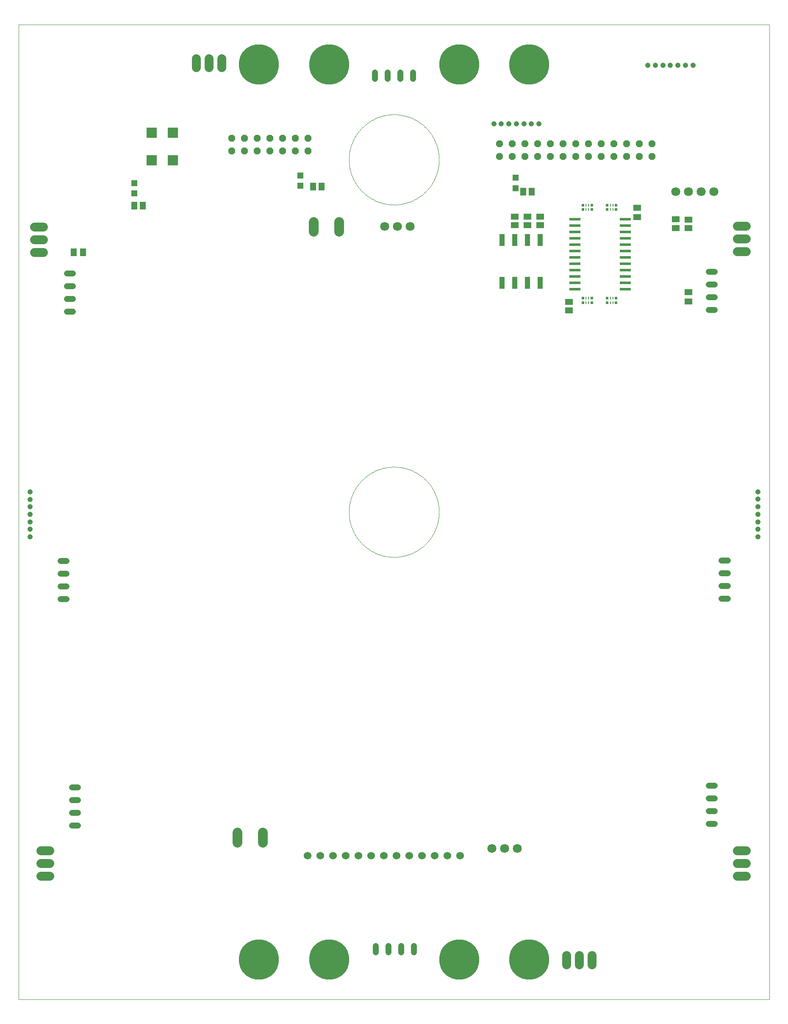
<source format=gts>
G04 EAGLE Gerber X2 export*
%TF.Part,Single*%
%TF.FileFunction,Other,Solder Mask top*%
%TF.FilePolarity,Positive*%
%TF.GenerationSoftware,Autodesk,EAGLE,9.1.1*%
%TF.CreationDate,2018-08-10T14:31:17Z*%
G75*
%MOMM*%
%FSLAX34Y34*%
%LPD*%
%AMOC8*
5,1,8,0,0,1.08239X$1,22.5*%
G01*
%ADD10C,0.001000*%
%ADD11C,1.050000*%
%ADD12C,1.800000*%
%ADD13R,1.500000X1.300000*%
%ADD14P,1.484606X8X202.500000*%
%ADD15R,2.209800X0.609600*%
%ADD16C,1.800000*%
%ADD17C,1.219200*%
%ADD18R,1.130000X2.440000*%
%ADD19R,0.525000X0.500000*%
%ADD20R,0.250000X0.500000*%
%ADD21R,2.100000X2.100000*%
%ADD22P,1.484606X8X22.500000*%
%ADD23C,1.524000*%
%ADD24R,1.300000X1.500000*%
%ADD25R,1.200000X1.200000*%
%ADD26C,1.981200*%
%ADD27C,8.000000*%


D10*
X-100000Y0D02*
X1400000Y0D01*
X1400000Y1947239D01*
X-100000Y1947239D01*
X-100000Y0D01*
X560000Y973620D02*
X560027Y975829D01*
X560108Y978036D01*
X560244Y980241D01*
X560433Y982442D01*
X560677Y984637D01*
X560974Y986826D01*
X561325Y989007D01*
X561729Y991178D01*
X562187Y993339D01*
X562697Y995488D01*
X563260Y997624D01*
X563875Y999746D01*
X564542Y1001851D01*
X565261Y1003940D01*
X566031Y1006011D01*
X566851Y1008062D01*
X567721Y1010092D01*
X568641Y1012100D01*
X569610Y1014085D01*
X570627Y1016046D01*
X571692Y1017981D01*
X572804Y1019889D01*
X573963Y1021770D01*
X575168Y1023621D01*
X576417Y1025443D01*
X577711Y1027233D01*
X579049Y1028991D01*
X580429Y1030715D01*
X581851Y1032406D01*
X583314Y1034060D01*
X584818Y1035679D01*
X586360Y1037260D01*
X587941Y1038802D01*
X589560Y1040306D01*
X591214Y1041769D01*
X592905Y1043191D01*
X594629Y1044571D01*
X596387Y1045909D01*
X598177Y1047203D01*
X599999Y1048452D01*
X601850Y1049657D01*
X603731Y1050816D01*
X605639Y1051928D01*
X607574Y1052993D01*
X609535Y1054010D01*
X611520Y1054979D01*
X613528Y1055899D01*
X615558Y1056769D01*
X617609Y1057589D01*
X619680Y1058359D01*
X621769Y1059078D01*
X623874Y1059745D01*
X625996Y1060360D01*
X628132Y1060923D01*
X630281Y1061433D01*
X632442Y1061891D01*
X634613Y1062295D01*
X636794Y1062646D01*
X638983Y1062943D01*
X641178Y1063187D01*
X643379Y1063376D01*
X645584Y1063512D01*
X647791Y1063593D01*
X650000Y1063620D01*
X652209Y1063593D01*
X654416Y1063512D01*
X656621Y1063376D01*
X658822Y1063187D01*
X661017Y1062943D01*
X663206Y1062646D01*
X665387Y1062295D01*
X667558Y1061891D01*
X669719Y1061433D01*
X671868Y1060923D01*
X674004Y1060360D01*
X676126Y1059745D01*
X678231Y1059078D01*
X680320Y1058359D01*
X682391Y1057589D01*
X684442Y1056769D01*
X686472Y1055899D01*
X688480Y1054979D01*
X690465Y1054010D01*
X692426Y1052993D01*
X694361Y1051928D01*
X696269Y1050816D01*
X698150Y1049657D01*
X700001Y1048452D01*
X701823Y1047203D01*
X703613Y1045909D01*
X705371Y1044571D01*
X707095Y1043191D01*
X708786Y1041769D01*
X710440Y1040306D01*
X712059Y1038802D01*
X713640Y1037260D01*
X715182Y1035679D01*
X716686Y1034060D01*
X718149Y1032406D01*
X719571Y1030715D01*
X720951Y1028991D01*
X722289Y1027233D01*
X723583Y1025443D01*
X724832Y1023621D01*
X726037Y1021770D01*
X727196Y1019889D01*
X728308Y1017981D01*
X729373Y1016046D01*
X730390Y1014085D01*
X731359Y1012100D01*
X732279Y1010092D01*
X733149Y1008062D01*
X733969Y1006011D01*
X734739Y1003940D01*
X735458Y1001851D01*
X736125Y999746D01*
X736740Y997624D01*
X737303Y995488D01*
X737813Y993339D01*
X738271Y991178D01*
X738675Y989007D01*
X739026Y986826D01*
X739323Y984637D01*
X739567Y982442D01*
X739756Y980241D01*
X739892Y978036D01*
X739973Y975829D01*
X740000Y973620D01*
X739973Y971411D01*
X739892Y969204D01*
X739756Y966999D01*
X739567Y964798D01*
X739323Y962603D01*
X739026Y960414D01*
X738675Y958233D01*
X738271Y956062D01*
X737813Y953901D01*
X737303Y951752D01*
X736740Y949616D01*
X736125Y947494D01*
X735458Y945389D01*
X734739Y943300D01*
X733969Y941229D01*
X733149Y939178D01*
X732279Y937148D01*
X731359Y935140D01*
X730390Y933155D01*
X729373Y931194D01*
X728308Y929259D01*
X727196Y927351D01*
X726037Y925470D01*
X724832Y923619D01*
X723583Y921797D01*
X722289Y920007D01*
X720951Y918249D01*
X719571Y916525D01*
X718149Y914834D01*
X716686Y913180D01*
X715182Y911561D01*
X713640Y909980D01*
X712059Y908438D01*
X710440Y906934D01*
X708786Y905471D01*
X707095Y904049D01*
X705371Y902669D01*
X703613Y901331D01*
X701823Y900037D01*
X700001Y898788D01*
X698150Y897583D01*
X696269Y896424D01*
X694361Y895312D01*
X692426Y894247D01*
X690465Y893230D01*
X688480Y892261D01*
X686472Y891341D01*
X684442Y890471D01*
X682391Y889651D01*
X680320Y888881D01*
X678231Y888162D01*
X676126Y887495D01*
X674004Y886880D01*
X671868Y886317D01*
X669719Y885807D01*
X667558Y885349D01*
X665387Y884945D01*
X663206Y884594D01*
X661017Y884297D01*
X658822Y884053D01*
X656621Y883864D01*
X654416Y883728D01*
X652209Y883647D01*
X650000Y883620D01*
X647791Y883647D01*
X645584Y883728D01*
X643379Y883864D01*
X641178Y884053D01*
X638983Y884297D01*
X636794Y884594D01*
X634613Y884945D01*
X632442Y885349D01*
X630281Y885807D01*
X628132Y886317D01*
X625996Y886880D01*
X623874Y887495D01*
X621769Y888162D01*
X619680Y888881D01*
X617609Y889651D01*
X615558Y890471D01*
X613528Y891341D01*
X611520Y892261D01*
X609535Y893230D01*
X607574Y894247D01*
X605639Y895312D01*
X603731Y896424D01*
X601850Y897583D01*
X599999Y898788D01*
X598177Y900037D01*
X596387Y901331D01*
X594629Y902669D01*
X592905Y904049D01*
X591214Y905471D01*
X589560Y906934D01*
X587941Y908438D01*
X586360Y909980D01*
X584818Y911561D01*
X583314Y913180D01*
X581851Y914834D01*
X580429Y916525D01*
X579049Y918249D01*
X577711Y920007D01*
X576417Y921797D01*
X575168Y923619D01*
X573963Y925470D01*
X572804Y927351D01*
X571692Y929259D01*
X570627Y931194D01*
X569610Y933155D01*
X568641Y935140D01*
X567721Y937148D01*
X566851Y939178D01*
X566031Y941229D01*
X565261Y943300D01*
X564542Y945389D01*
X563875Y947494D01*
X563260Y949616D01*
X562697Y951752D01*
X562187Y953901D01*
X561729Y956062D01*
X561325Y958233D01*
X560974Y960414D01*
X560677Y962603D01*
X560433Y964798D01*
X560244Y966999D01*
X560108Y969204D01*
X560027Y971411D01*
X560000Y973620D01*
X560000Y1677239D02*
X560027Y1679448D01*
X560108Y1681655D01*
X560244Y1683860D01*
X560433Y1686061D01*
X560677Y1688256D01*
X560974Y1690445D01*
X561325Y1692626D01*
X561729Y1694797D01*
X562187Y1696958D01*
X562697Y1699107D01*
X563260Y1701243D01*
X563875Y1703365D01*
X564542Y1705470D01*
X565261Y1707559D01*
X566031Y1709630D01*
X566851Y1711681D01*
X567721Y1713711D01*
X568641Y1715719D01*
X569610Y1717704D01*
X570627Y1719665D01*
X571692Y1721600D01*
X572804Y1723508D01*
X573963Y1725389D01*
X575168Y1727240D01*
X576417Y1729062D01*
X577711Y1730852D01*
X579049Y1732610D01*
X580429Y1734334D01*
X581851Y1736025D01*
X583314Y1737679D01*
X584818Y1739298D01*
X586360Y1740879D01*
X587941Y1742421D01*
X589560Y1743925D01*
X591214Y1745388D01*
X592905Y1746810D01*
X594629Y1748190D01*
X596387Y1749528D01*
X598177Y1750822D01*
X599999Y1752071D01*
X601850Y1753276D01*
X603731Y1754435D01*
X605639Y1755547D01*
X607574Y1756612D01*
X609535Y1757629D01*
X611520Y1758598D01*
X613528Y1759518D01*
X615558Y1760388D01*
X617609Y1761208D01*
X619680Y1761978D01*
X621769Y1762697D01*
X623874Y1763364D01*
X625996Y1763979D01*
X628132Y1764542D01*
X630281Y1765052D01*
X632442Y1765510D01*
X634613Y1765914D01*
X636794Y1766265D01*
X638983Y1766562D01*
X641178Y1766806D01*
X643379Y1766995D01*
X645584Y1767131D01*
X647791Y1767212D01*
X650000Y1767239D01*
X652209Y1767212D01*
X654416Y1767131D01*
X656621Y1766995D01*
X658822Y1766806D01*
X661017Y1766562D01*
X663206Y1766265D01*
X665387Y1765914D01*
X667558Y1765510D01*
X669719Y1765052D01*
X671868Y1764542D01*
X674004Y1763979D01*
X676126Y1763364D01*
X678231Y1762697D01*
X680320Y1761978D01*
X682391Y1761208D01*
X684442Y1760388D01*
X686472Y1759518D01*
X688480Y1758598D01*
X690465Y1757629D01*
X692426Y1756612D01*
X694361Y1755547D01*
X696269Y1754435D01*
X698150Y1753276D01*
X700001Y1752071D01*
X701823Y1750822D01*
X703613Y1749528D01*
X705371Y1748190D01*
X707095Y1746810D01*
X708786Y1745388D01*
X710440Y1743925D01*
X712059Y1742421D01*
X713640Y1740879D01*
X715182Y1739298D01*
X716686Y1737679D01*
X718149Y1736025D01*
X719571Y1734334D01*
X720951Y1732610D01*
X722289Y1730852D01*
X723583Y1729062D01*
X724832Y1727240D01*
X726037Y1725389D01*
X727196Y1723508D01*
X728308Y1721600D01*
X729373Y1719665D01*
X730390Y1717704D01*
X731359Y1715719D01*
X732279Y1713711D01*
X733149Y1711681D01*
X733969Y1709630D01*
X734739Y1707559D01*
X735458Y1705470D01*
X736125Y1703365D01*
X736740Y1701243D01*
X737303Y1699107D01*
X737813Y1696958D01*
X738271Y1694797D01*
X738675Y1692626D01*
X739026Y1690445D01*
X739323Y1688256D01*
X739567Y1686061D01*
X739756Y1683860D01*
X739892Y1681655D01*
X739973Y1679448D01*
X740000Y1677239D01*
X739973Y1675030D01*
X739892Y1672823D01*
X739756Y1670618D01*
X739567Y1668417D01*
X739323Y1666222D01*
X739026Y1664033D01*
X738675Y1661852D01*
X738271Y1659681D01*
X737813Y1657520D01*
X737303Y1655371D01*
X736740Y1653235D01*
X736125Y1651113D01*
X735458Y1649008D01*
X734739Y1646919D01*
X733969Y1644848D01*
X733149Y1642797D01*
X732279Y1640767D01*
X731359Y1638759D01*
X730390Y1636774D01*
X729373Y1634813D01*
X728308Y1632878D01*
X727196Y1630970D01*
X726037Y1629089D01*
X724832Y1627238D01*
X723583Y1625416D01*
X722289Y1623626D01*
X720951Y1621868D01*
X719571Y1620144D01*
X718149Y1618453D01*
X716686Y1616799D01*
X715182Y1615180D01*
X713640Y1613599D01*
X712059Y1612057D01*
X710440Y1610553D01*
X708786Y1609090D01*
X707095Y1607668D01*
X705371Y1606288D01*
X703613Y1604950D01*
X701823Y1603656D01*
X700001Y1602407D01*
X698150Y1601202D01*
X696269Y1600043D01*
X694361Y1598931D01*
X692426Y1597866D01*
X690465Y1596849D01*
X688480Y1595880D01*
X686472Y1594960D01*
X684442Y1594090D01*
X682391Y1593270D01*
X680320Y1592500D01*
X678231Y1591781D01*
X676126Y1591114D01*
X674004Y1590499D01*
X671868Y1589936D01*
X669719Y1589426D01*
X667558Y1588968D01*
X665387Y1588564D01*
X663206Y1588213D01*
X661017Y1587916D01*
X658822Y1587672D01*
X656621Y1587483D01*
X654416Y1587347D01*
X652209Y1587266D01*
X650000Y1587239D01*
X647791Y1587266D01*
X645584Y1587347D01*
X643379Y1587483D01*
X641178Y1587672D01*
X638983Y1587916D01*
X636794Y1588213D01*
X634613Y1588564D01*
X632442Y1588968D01*
X630281Y1589426D01*
X628132Y1589936D01*
X625996Y1590499D01*
X623874Y1591114D01*
X621769Y1591781D01*
X619680Y1592500D01*
X617609Y1593270D01*
X615558Y1594090D01*
X613528Y1594960D01*
X611520Y1595880D01*
X609535Y1596849D01*
X607574Y1597866D01*
X605639Y1598931D01*
X603731Y1600043D01*
X601850Y1601202D01*
X599999Y1602407D01*
X598177Y1603656D01*
X596387Y1604950D01*
X594629Y1606288D01*
X592905Y1607668D01*
X591214Y1609090D01*
X589560Y1610553D01*
X587941Y1612057D01*
X586360Y1613599D01*
X584818Y1615180D01*
X583314Y1616799D01*
X581851Y1618453D01*
X580429Y1620144D01*
X579049Y1621868D01*
X577711Y1623626D01*
X576417Y1625416D01*
X575168Y1627238D01*
X573963Y1629089D01*
X572804Y1630970D01*
X571692Y1632878D01*
X570627Y1634813D01*
X569610Y1636774D01*
X568641Y1638759D01*
X567721Y1640767D01*
X566851Y1642797D01*
X566031Y1644848D01*
X565261Y1646919D01*
X564542Y1649008D01*
X563875Y1651113D01*
X563260Y1653235D01*
X562697Y1655371D01*
X562187Y1657520D01*
X561729Y1659681D01*
X561325Y1661852D01*
X560974Y1664033D01*
X560677Y1666222D01*
X560433Y1668417D01*
X560244Y1670618D01*
X560108Y1672823D01*
X560027Y1675030D01*
X560000Y1677239D01*
D11*
X849433Y1748547D03*
X864433Y1748547D03*
X879433Y1748547D03*
X894433Y1748547D03*
X909433Y1748547D03*
X924433Y1748547D03*
X939433Y1748547D03*
D12*
X1288721Y1613136D03*
X1263321Y1613136D03*
X1237921Y1613136D03*
X1212521Y1613136D03*
D13*
X1238584Y1540799D03*
X1238584Y1557799D03*
X1212850Y1540900D03*
X1212850Y1557900D03*
X999664Y1393536D03*
X999664Y1376536D03*
D14*
X1165800Y1709200D03*
X1165800Y1683800D03*
X1140400Y1709200D03*
X1140400Y1683800D03*
X1115000Y1709200D03*
X1115000Y1683800D03*
X1089600Y1709200D03*
X1089600Y1683800D03*
X1064200Y1709200D03*
X1064200Y1683800D03*
X1038800Y1709200D03*
X1038800Y1683800D03*
X1013400Y1709200D03*
X1013400Y1683800D03*
X988000Y1709200D03*
X988000Y1683800D03*
X962600Y1709200D03*
X962600Y1683800D03*
X937200Y1709200D03*
X937200Y1683800D03*
X911800Y1709200D03*
X911800Y1683800D03*
X886400Y1709200D03*
X886400Y1683800D03*
X861000Y1709200D03*
X861000Y1683800D03*
D11*
X-77700Y1014000D03*
X-77700Y999000D03*
X-77700Y984000D03*
X-77700Y969000D03*
X-77700Y954000D03*
X-77700Y939000D03*
X-77700Y924000D03*
X1157300Y1865800D03*
X1172300Y1865800D03*
X1187300Y1865800D03*
X1202300Y1865800D03*
X1217300Y1865800D03*
X1232300Y1865800D03*
X1247300Y1865800D03*
X1377200Y924100D03*
X1377200Y939100D03*
X1377200Y954100D03*
X1377200Y969100D03*
X1377200Y984100D03*
X1377200Y999100D03*
X1377200Y1014100D03*
D15*
X1011408Y1558450D03*
X1011408Y1545750D03*
X1011408Y1533050D03*
X1011408Y1520350D03*
X1011408Y1507650D03*
X1011408Y1494950D03*
X1011408Y1482250D03*
X1011408Y1469550D03*
X1011408Y1456850D03*
X1011408Y1444150D03*
X1111992Y1456850D03*
X1111992Y1444150D03*
X1111992Y1431450D03*
X1111992Y1418750D03*
X1011408Y1418750D03*
X1011408Y1431450D03*
X1111992Y1469550D03*
X1111992Y1482250D03*
X1111992Y1494950D03*
X1111992Y1507650D03*
X1111992Y1520350D03*
X1111992Y1533050D03*
X1111992Y1545750D03*
X1111992Y1558450D03*
D16*
X-38500Y247200D02*
X-56500Y247200D01*
X-56500Y272600D02*
X-38500Y272600D01*
X-38500Y298000D02*
X-56500Y298000D01*
X-50927Y1491940D02*
X-68927Y1491940D01*
X-68927Y1517340D02*
X-50927Y1517340D01*
X-50927Y1542740D02*
X-68927Y1542740D01*
X254300Y1861000D02*
X254300Y1879000D01*
X279700Y1879000D02*
X279700Y1861000D01*
X305100Y1861000D02*
X305100Y1879000D01*
X1335500Y1544500D02*
X1353500Y1544500D01*
X1353500Y1519100D02*
X1335500Y1519100D01*
X1335500Y1493700D02*
X1353500Y1493700D01*
X1353500Y298000D02*
X1335500Y298000D01*
X1335500Y272600D02*
X1353500Y272600D01*
X1353500Y247200D02*
X1335500Y247200D01*
X1045400Y88210D02*
X1045400Y70210D01*
X1020000Y70210D02*
X1020000Y88210D01*
X994600Y88210D02*
X994600Y70210D01*
D12*
X631050Y1543500D03*
X656450Y1543500D03*
X681850Y1543500D03*
X895900Y301500D03*
X870500Y301500D03*
X845100Y301500D03*
D17*
X-4204Y799300D02*
X-16396Y799300D01*
X-16396Y824700D02*
X-4204Y824700D01*
X-4204Y850100D02*
X-16396Y850100D01*
X-16396Y875500D02*
X-4204Y875500D01*
X1304704Y876500D02*
X1316896Y876500D01*
X1316896Y851100D02*
X1304704Y851100D01*
X1304704Y825700D02*
X1316896Y825700D01*
X1316896Y800300D02*
X1304704Y800300D01*
D18*
X865850Y1431150D03*
X891250Y1431150D03*
X916650Y1431150D03*
X942050Y1431150D03*
X942050Y1517150D03*
X916650Y1517150D03*
X891250Y1517150D03*
X865850Y1517150D03*
D13*
X891206Y1563208D03*
X891206Y1546208D03*
X916606Y1563208D03*
X916606Y1546208D03*
X942072Y1563236D03*
X942072Y1546236D03*
D17*
X18296Y347700D02*
X6104Y347700D01*
X6104Y373100D02*
X18296Y373100D01*
X18296Y398500D02*
X6104Y398500D01*
X6104Y423900D02*
X18296Y423900D01*
X8296Y1373400D02*
X-3896Y1373400D01*
X-3896Y1398800D02*
X8296Y1398800D01*
X8296Y1424200D02*
X-3896Y1424200D01*
X-3896Y1449600D02*
X8296Y1449600D01*
X611400Y1838704D02*
X611400Y1850896D01*
X636800Y1850896D02*
X636800Y1838704D01*
X662200Y1838704D02*
X662200Y1850896D01*
X687600Y1850896D02*
X687600Y1838704D01*
X1278704Y1452900D02*
X1290896Y1452900D01*
X1290896Y1427500D02*
X1278704Y1427500D01*
X1278704Y1402100D02*
X1290896Y1402100D01*
X1290896Y1376700D02*
X1278704Y1376700D01*
X1278704Y427200D02*
X1290896Y427200D01*
X1290896Y401800D02*
X1278704Y401800D01*
X1278704Y376400D02*
X1290896Y376400D01*
X1290896Y351000D02*
X1278704Y351000D01*
X690000Y106796D02*
X690000Y94604D01*
X664600Y94604D02*
X664600Y106796D01*
X639200Y106796D02*
X639200Y94604D01*
X613800Y94604D02*
X613800Y106796D01*
D19*
X1027589Y1577494D03*
D20*
X1033839Y1577494D03*
X1038839Y1577494D03*
D19*
X1045089Y1577494D03*
X1045089Y1586494D03*
D20*
X1038839Y1586494D03*
X1033839Y1586494D03*
D19*
X1027589Y1586494D03*
X1093471Y1400656D03*
D20*
X1087221Y1400656D03*
X1082221Y1400656D03*
D19*
X1075971Y1400656D03*
X1075971Y1391656D03*
D20*
X1082221Y1391656D03*
X1087221Y1391656D03*
D19*
X1093471Y1391656D03*
X1076071Y1577488D03*
D20*
X1082321Y1577488D03*
X1087321Y1577488D03*
D19*
X1093571Y1577488D03*
X1093571Y1586488D03*
D20*
X1087321Y1586488D03*
X1082321Y1586488D03*
D19*
X1076071Y1586488D03*
X1044965Y1400789D03*
D20*
X1038715Y1400789D03*
X1033715Y1400789D03*
D19*
X1027465Y1400789D03*
X1027465Y1391789D03*
D20*
X1033715Y1391789D03*
X1038715Y1391789D03*
D19*
X1044965Y1391789D03*
D21*
X207550Y1675950D03*
X165550Y1675950D03*
X165550Y1730950D03*
X207550Y1730950D03*
D22*
X325300Y1695000D03*
X325300Y1720400D03*
X350700Y1695000D03*
X350700Y1720400D03*
X376100Y1695000D03*
X376100Y1720400D03*
X401500Y1695000D03*
X401500Y1720400D03*
X426900Y1695000D03*
X426900Y1720400D03*
X452300Y1695000D03*
X452300Y1720400D03*
X477700Y1695000D03*
X477700Y1720400D03*
D23*
X477200Y287300D03*
X502600Y287300D03*
X528000Y287300D03*
X553400Y287300D03*
X578800Y287300D03*
X604200Y287300D03*
X629600Y287300D03*
X655000Y287300D03*
X680400Y287300D03*
X705800Y287300D03*
X731200Y287300D03*
X756600Y287300D03*
X782000Y287300D03*
D24*
X147847Y1585283D03*
X130847Y1585283D03*
D25*
X130800Y1609600D03*
X130800Y1630600D03*
D24*
X924932Y1613408D03*
X907932Y1613408D03*
D25*
X892810Y1620180D03*
X892810Y1641180D03*
D24*
X505070Y1623695D03*
X488070Y1623695D03*
D25*
X462407Y1624752D03*
X462407Y1645752D03*
D26*
X336804Y333756D02*
X336804Y313944D01*
X387096Y313944D02*
X387096Y333756D01*
X539496Y1533398D02*
X539496Y1553210D01*
X489204Y1553210D02*
X489204Y1533398D01*
D13*
X1238250Y1412850D03*
X1238250Y1393850D03*
X1135634Y1581125D03*
X1135634Y1562125D03*
D24*
X28550Y1492250D03*
X9550Y1492250D03*
D27*
X780000Y80000D03*
X380000Y80000D03*
X520000Y80000D03*
X920000Y80000D03*
X920000Y1867239D03*
X780000Y1867239D03*
X380000Y1867239D03*
X520000Y1867239D03*
M02*

</source>
